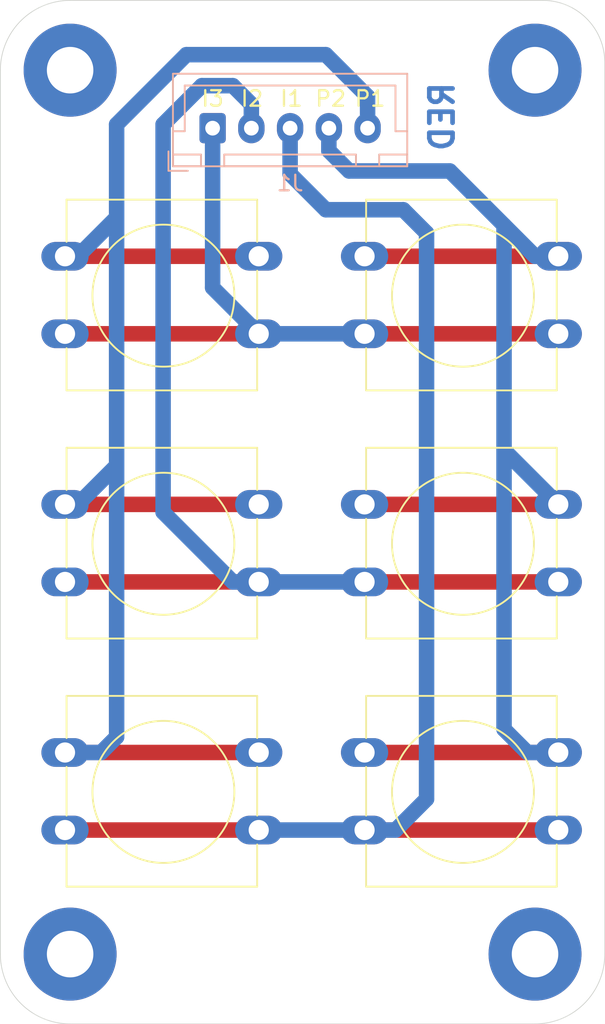
<source format=kicad_pcb>
(kicad_pcb (version 20211014) (generator pcbnew)
  (layers (0 "F.Cu" signal) (31 "B.Cu" signal) (34 "B.Paste" user) (35 "F.Paste" user) (36 "B.SilkS" user "B.Silkscreen") (37 "F.SilkS" user "F.Silkscreen") (38 "B.Mask" user) (39 "F.Mask" user) (44 "Edge.Cuts" user))
  (net 0 "")
  (net 1 "Net-(J1-Pad5)")
  (net 2 "Net-(J1-Pad4)")
  (net 3 "Net-(J1-Pad3)")
  (net 4 "Net-(J1-Pad2)")
  (net 5 "Net-(J1-Pad1)")
  (footprint "dro:SW_PUSH-12mm" (layer "F.Cu") (at 85.67 111.5)
    (fp_text reference "SW1" hide)
    (fp_text value "SW_Push" hide)
    (fp_line (start 12.4 8.65) (end 0.1 8.65) (layer "F.SilkS") (width 0.12))
    (fp_line (start 0.1 -3.65) (end 12.4 -3.65) (layer "F.SilkS") (width 0.12))
    (fp_line (start 0.1 4.07) (end 0.1 0.93) (layer "F.SilkS") (width 0.12))
    (fp_line (start 0.1 -0.93) (end 0.1 -3.65) (layer "F.SilkS") (width 0.12))
    (fp_line (start 12.4 5.93) (end 12.4 8.65) (layer "F.SilkS") (width 0.12))
    (fp_line (start 0.1 8.65) (end 0.1 5.93) (layer "F.SilkS") (width 0.12))
    (fp_line (start 12.4 -3.65) (end 12.4 -0.93) (layer "F.SilkS") (width 0.12))
    (fp_line (start 12.4 0.93) (end 12.4 4.07) (layer "F.SilkS") (width 0.12))
    (fp_circle (center 6.35 2.54) (end 10.16 5.08) (layer "F.SilkS") (width 0.12) (fill none))
    (pad "1" thru_hole oval locked (at 0 0) (size 3.048 1.85) (drill 1.3) (layers *.Cu *.Mask) (net 1 "Net-(J1-Pad5)"))
    (pad "1" thru_hole oval locked (at 12.5 0) (size 3.048 1.85) (drill 1.3) (layers *.Cu *.Mask) (net 1 "Net-(J1-Pad5)"))
    (pad "2" thru_hole oval locked (at 12.5 5) (size 3.048 1.85) (drill 1.3) (layers *.Cu *.Mask) (net 5 "Net-(J1-Pad1)"))
    (pad "2" thru_hole oval locked (at 0 5) (size 3.048 1.85) (drill 1.3) (layers *.Cu *.Mask) (net 5 "Net-(J1-Pad1)"))
  )
  (footprint "dro:SW_PUSH-12mm" (layer "F.Cu") (at 85.67 127.5)
    (fp_text reference "SW2" hide)
    (fp_text value "SW_Push" hide)
    (fp_line (start 12.4 8.65) (end 0.1 8.65) (layer "F.SilkS") (width 0.12))
    (fp_line (start 12.4 -3.65) (end 12.4 -0.93) (layer "F.SilkS") (width 0.12))
    (fp_line (start 0.1 4.07) (end 0.1 0.93) (layer "F.SilkS") (width 0.12))
    (fp_line (start 12.4 5.93) (end 12.4 8.65) (layer "F.SilkS") (width 0.12))
    (fp_line (start 0.1 8.65) (end 0.1 5.93) (layer "F.SilkS") (width 0.12))
    (fp_line (start 0.1 -3.65) (end 12.4 -3.65) (layer "F.SilkS") (width 0.12))
    (fp_line (start 0.1 -0.93) (end 0.1 -3.65) (layer "F.SilkS") (width 0.12))
    (fp_line (start 12.4 0.93) (end 12.4 4.07) (layer "F.SilkS") (width 0.12))
    (fp_circle (center 6.35 2.54) (end 10.16 5.08) (layer "F.SilkS") (width 0.12) (fill none))
    (pad "1" thru_hole oval locked (at 12.5 0) (size 3.048 1.85) (drill 1.3) (layers *.Cu *.Mask) (net 1 "Net-(J1-Pad5)"))
    (pad "1" thru_hole oval locked (at 0 0) (size 3.048 1.85) (drill 1.3) (layers *.Cu *.Mask) (net 1 "Net-(J1-Pad5)"))
    (pad "2" thru_hole oval locked (at 12.5 5) (size 3.048 1.85) (drill 1.3) (layers *.Cu *.Mask) (net 4 "Net-(J1-Pad2)"))
    (pad "2" thru_hole oval locked (at 0 5) (size 3.048 1.85) (drill 1.3) (layers *.Cu *.Mask) (net 4 "Net-(J1-Pad2)"))
  )
  (footprint "dro:SW_PUSH-12mm" (layer "F.Cu") (at 85.67 143.5)
    (fp_text reference "SW3" hide)
    (fp_text value "SW_Push" hide)
    (fp_line (start 0.1 -0.93) (end 0.1 -3.65) (layer "F.SilkS") (width 0.12))
    (fp_line (start 0.1 4.07) (end 0.1 0.93) (layer "F.SilkS") (width 0.12))
    (fp_line (start 12.4 8.65) (end 0.1 8.65) (layer "F.SilkS") (width 0.12))
    (fp_line (start 12.4 5.93) (end 12.4 8.65) (layer "F.SilkS") (width 0.12))
    (fp_line (start 0.1 8.65) (end 0.1 5.93) (layer "F.SilkS") (width 0.12))
    (fp_line (start 12.4 -3.65) (end 12.4 -0.93) (layer "F.SilkS") (width 0.12))
    (fp_line (start 12.4 0.93) (end 12.4 4.07) (layer "F.SilkS") (width 0.12))
    (fp_line (start 0.1 -3.65) (end 12.4 -3.65) (layer "F.SilkS") (width 0.12))
    (fp_circle (center 6.35 2.54) (end 10.16 5.08) (layer "F.SilkS") (width 0.12) (fill none))
    (pad "1" thru_hole oval locked (at 0 0) (size 3.048 1.85) (drill 1.3) (layers *.Cu *.Mask) (net 1 "Net-(J1-Pad5)"))
    (pad "1" thru_hole oval locked (at 12.5 0) (size 3.048 1.85) (drill 1.3) (layers *.Cu *.Mask) (net 1 "Net-(J1-Pad5)"))
    (pad "2" thru_hole oval locked (at 12.5 5) (size 3.048 1.85) (drill 1.3) (layers *.Cu *.Mask) (net 3 "Net-(J1-Pad3)"))
    (pad "2" thru_hole oval locked (at 0 5) (size 3.048 1.85) (drill 1.3) (layers *.Cu *.Mask) (net 3 "Net-(J1-Pad3)"))
  )
  (footprint "dro:SW_PUSH-12mm" (layer "F.Cu") (at 105 111.5)
    (fp_text reference "SW4" hide)
    (fp_text value "SW_Push" hide)
    (fp_line (start 12.4 5.93) (end 12.4 8.65) (layer "F.SilkS") (width 0.12))
    (fp_line (start 12.4 8.65) (end 0.1 8.65) (layer "F.SilkS") (width 0.12))
    (fp_line (start 0.1 4.07) (end 0.1 0.93) (layer "F.SilkS") (width 0.12))
    (fp_line (start 0.1 -3.65) (end 12.4 -3.65) (layer "F.SilkS") (width 0.12))
    (fp_line (start 0.1 -0.93) (end 0.1 -3.65) (layer "F.SilkS") (width 0.12))
    (fp_line (start 0.1 8.65) (end 0.1 5.93) (layer "F.SilkS") (width 0.12))
    (fp_line (start 12.4 0.93) (end 12.4 4.07) (layer "F.SilkS") (width 0.12))
    (fp_line (start 12.4 -3.65) (end 12.4 -0.93) (layer "F.SilkS") (width 0.12))
    (fp_circle (center 6.35 2.54) (end 10.16 5.08) (layer "F.SilkS") (width 0.12) (fill none))
    (pad "1" thru_hole oval locked (at 12.5 0) (size 3.048 1.85) (drill 1.3) (layers *.Cu *.Mask) (net 2 "Net-(J1-Pad4)"))
    (pad "1" thru_hole oval locked (at 0 0) (size 3.048 1.85) (drill 1.3) (layers *.Cu *.Mask) (net 2 "Net-(J1-Pad4)"))
    (pad "2" thru_hole oval locked (at 0 5) (size 3.048 1.85) (drill 1.3) (layers *.Cu *.Mask) (net 5 "Net-(J1-Pad1)"))
    (pad "2" thru_hole oval locked (at 12.5 5) (size 3.048 1.85) (drill 1.3) (layers *.Cu *.Mask) (net 5 "Net-(J1-Pad1)"))
  )
  (footprint "dro:SW_PUSH-12mm" (layer "F.Cu") (at 105 127.5)
    (fp_text reference "SW5" hide)
    (fp_text value "SW_Push" hide)
    (fp_line (start 0.1 8.65) (end 0.1 5.93) (layer "F.SilkS") (width 0.12))
    (fp_line (start 12.4 5.93) (end 12.4 8.65) (layer "F.SilkS") (width 0.12))
    (fp_line (start 12.4 8.65) (end 0.1 8.65) (layer "F.SilkS") (width 0.12))
    (fp_line (start 0.1 -3.65) (end 12.4 -3.65) (layer "F.SilkS") (width 0.12))
    (fp_line (start 12.4 0.93) (end 12.4 4.07) (layer "F.SilkS") (width 0.12))
    (fp_line (start 0.1 4.07) (end 0.1 0.93) (layer "F.SilkS") (width 0.12))
    (fp_line (start 12.4 -3.65) (end 12.4 -0.93) (layer "F.SilkS") (width 0.12))
    (fp_line (start 0.1 -0.93) (end 0.1 -3.65) (layer "F.SilkS") (width 0.12))
    (fp_circle (center 6.35 2.54) (end 10.16 5.08) (layer "F.SilkS") (width 0.12) (fill none))
    (pad "1" thru_hole oval locked (at 12.5 0) (size 3.048 1.85) (drill 1.3) (layers *.Cu *.Mask) (net 2 "Net-(J1-Pad4)"))
    (pad "1" thru_hole oval locked (at 0 0) (size 3.048 1.85) (drill 1.3) (layers *.Cu *.Mask) (net 2 "Net-(J1-Pad4)"))
    (pad "2" thru_hole oval locked (at 12.5 5) (size 3.048 1.85) (drill 1.3) (layers *.Cu *.Mask) (net 4 "Net-(J1-Pad2)"))
    (pad "2" thru_hole oval locked (at 0 5) (size 3.048 1.85) (drill 1.3) (layers *.Cu *.Mask) (net 4 "Net-(J1-Pad2)"))
  )
  (footprint "dro:SW_PUSH-12mm" (layer "F.Cu") (at 105 143.5)
    (fp_text reference "SW6" hide)
    (fp_text value "SW_Push" hide)
    (fp_line (start 0.1 -3.65) (end 12.4 -3.65) (layer "F.SilkS") (width 0.12))
    (fp_line (start 12.4 5.93) (end 12.4 8.65) (layer "F.SilkS") (width 0.12))
    (fp_line (start 12.4 0.93) (end 12.4 4.07) (layer "F.SilkS") (width 0.12))
    (fp_line (start 12.4 8.65) (end 0.1 8.65) (layer "F.SilkS") (width 0.12))
    (fp_line (start 0.1 8.65) (end 0.1 5.93) (layer "F.SilkS") (width 0.12))
    (fp_line (start 0.1 4.07) (end 0.1 0.93) (layer "F.SilkS") (width 0.12))
    (fp_line (start 0.1 -0.93) (end 0.1 -3.65) (layer "F.SilkS") (width 0.12))
    (fp_line (start 12.4 -3.65) (end 12.4 -0.93) (layer "F.SilkS") (width 0.12))
    (fp_circle (center 6.35 2.54) (end 10.16 5.08) (layer "F.SilkS") (width 0.12) (fill none))
    (pad "1" thru_hole oval locked (at 0 0) (size 3.048 1.85) (drill 1.3) (layers *.Cu *.Mask) (net 2 "Net-(J1-Pad4)"))
    (pad "1" thru_hole oval locked (at 12.5 0) (size 3.048 1.85) (drill 1.3) (layers *.Cu *.Mask) (net 2 "Net-(J1-Pad4)"))
    (pad "2" thru_hole oval locked (at 12.5 5) (size 3.048 1.85) (drill 1.3) (layers *.Cu *.Mask) (net 3 "Net-(J1-Pad3)"))
    (pad "2" thru_hole oval locked (at 0 5) (size 3.048 1.85) (drill 1.3) (layers *.Cu *.Mask) (net 3 "Net-(J1-Pad3)"))
  )
  (footprint "MountingHole:MountingHole_3mm_Pad" (layer "F.Cu") (at 86 156.5)
    (fp_text reference "H1" hide)
    (fp_text value "MountingHole" hide)
    (pad "1" thru_hole circle locked (at 0 0) (size 6 6) (drill 3) (layers *.Cu *.Mask))
  )
  (footprint "MountingHole:MountingHole_3mm_Pad" (layer "F.Cu") (at 116 156.5)
    (fp_text reference "H2" hide)
    (fp_text value "MountingHole" hide)
    (pad "1" thru_hole circle locked (at 0 0) (size 6 6) (drill 3) (layers *.Cu *.Mask))
  )
  (footprint "MountingHole:MountingHole_3mm_Pad" (layer "F.Cu") (at 86 99.5)
    (fp_text reference "H3" hide)
    (fp_text value "MountingHole" hide)
    (pad "1" thru_hole circle locked (at 0 0) (size 6 6) (drill 3) (layers *.Cu *.Mask))
  )
  (footprint "MountingHole:MountingHole_3mm_Pad" (layer "F.Cu") (at 116 99.5)
    (fp_text reference "H4" hide)
    (fp_text value "MountingHole" hide)
    (pad "1" thru_hole circle locked (at 0 0) (size 6 6) (drill 3) (layers *.Cu *.Mask))
  )
  (footprint "Connector_JST:JST_XH_B5B-XH-A_1x05_P2.50mm_Vertical" (layer "B.Cu") (at 95.195 103.24)
    (fp_text reference "J1" (at 5 3.55 180) (layer "B.SilkS") (effects (justify mirror)))
    (fp_text value "Conn_01x05_Male")
    (fp_line (start 0.75 2.45) (end 0.75 1.7) (layer "B.SilkS") (width 0.12))
    (fp_line (start 10.75 1.7) (end 12.55 1.7) (layer "B.SilkS") (width 0.12))
    (fp_line (start 9.25 2.45) (end 0.75 2.45) (layer "B.SilkS") (width 0.12))
    (fp_line (start 12.56 2.46) (end -2.56 2.46) (layer "B.SilkS") (width 0.12))
    (fp_line (start -2.55 1.7) (end -0.75 1.7) (layer "B.SilkS") (width 0.12))
    (fp_line (start 10.75 2.45) (end 10.75 1.7) (layer "B.SilkS") (width 0.12))
    (fp_line (start -0.75 1.7) (end -0.75 2.45) (layer "B.SilkS") (width 0.12))
    (fp_line (start 12.56 -3.51) (end 12.56 2.46) (layer "B.SilkS") (width 0.12))
    (fp_line (start -1.8 0.2) (end -1.8 -2.75) (layer "B.SilkS") (width 0.12))
    (fp_line (start 11.8 0.2) (end 11.8 -2.75) (layer "B.SilkS") (width 0.12))
    (fp_line (start 12.55 2.45) (end 10.75 2.45) (layer "B.SilkS") (width 0.12))
    (fp_line (start -2.56 2.46) (end -2.56 -3.51) (layer "B.SilkS") (width 0.12))
    (fp_line (start 9.25 1.7) (end 9.25 2.45) (layer "B.SilkS") (width 0.12))
    (fp_line (start 12.55 1.7) (end 12.55 2.45) (layer "B.SilkS") (width 0.12))
    (fp_line (start -1.8 -2.75) (end 5 -2.75) (layer "B.SilkS") (width 0.12))
    (fp_line (start -1.6 2.75) (end -2.85 2.75) (layer "B.SilkS") (width 0.12))
    (fp_line (start -2.85 2.75) (end -2.85 1.5) (layer "B.SilkS") (width 0.12))
    (fp_line (start -2.55 2.45) (end -2.55 1.7) (layer "B.SilkS") (width 0.12))
    (fp_line (start 12.55 0.2) (end 11.8 0.2) (layer "B.SilkS") (width 0.12))
    (fp_line (start -2.56 -3.51) (end 12.56 -3.51) (layer "B.SilkS") (width 0.12))
    (fp_line (start 11.8 -2.75) (end 5 -2.75) (layer "B.SilkS") (width 0.12))
    (fp_line (start -0.75 2.45) (end -2.55 2.45) (layer "B.SilkS") (width 0.12))
    (fp_line (start -2.55 0.2) (end -1.8 0.2) (layer "B.SilkS") (width 0.12))
    (fp_line (start 0.75 1.7) (end 9.25 1.7) (layer "B.SilkS") (width 0.12))
    (pad "1" thru_hole roundrect (at 0 0) (size 1.7 1.95) (drill 0.95) (layers *.Cu *.Mask) (roundrect_rratio 0.147059) (net 5 "Net-(J1-Pad1)"))
    (pad "2" thru_hole oval (at 2.5 0) (size 1.7 1.95) (drill 0.95) (layers *.Cu *.Mask) (net 4 "Net-(J1-Pad2)"))
    (pad "3" thru_hole oval (at 5 0) (size 1.7 1.95) (drill 0.95) (layers *.Cu *.Mask) (net 3 "Net-(J1-Pad3)"))
    (pad "4" thru_hole oval (at 7.5 0) (size 1.7 1.95) (drill 0.95) (layers *.Cu *.Mask) (net 2 "Net-(J1-Pad4)"))
    (pad "5" thru_hole oval (at 10 0) (size 1.7 1.95) (drill 0.95) (layers *.Cu *.Mask) (net 1 "Net-(J1-Pad5)"))
  )
  (gr_line (start 81.5 99.5) (end 81.5 156.5) (layer "Edge.Cuts") (width 0.05))
  (gr_line (start 86 95) (end 116.5 95) (layer "Edge.Cuts") (width 0.05))
  (gr_line (start 120.5 99) (end 120.5 156.5) (layer "Edge.Cuts") (width 0.05))
  (gr_arc (start 120.5 156.5) (mid 119.181981 159.681981) (end 116 161) (layer "Edge.Cuts") (width 0.05))
  (gr_arc (start 81.5 99.5) (mid 82.818019 96.318019) (end 86 95) (layer "Edge.Cuts") (width 0.05))
  (gr_arc (start 86 161) (mid 82.818019 159.681981) (end 81.5 156.5) (layer "Edge.Cuts") (width 0.05))
  (gr_line (start 116 161) (end 86 161) (layer "Edge.Cuts") (width 0.05))
  (gr_arc (start 116.5 95) (mid 119.328427 96.171573) (end 120.5 99) (layer "Edge.Cuts") (width 0.05))
  (gr_text "RED" (at 110 102.5 90) (layer "B.Cu") (effects (font (size 1.5 1.5) (thickness 0.3)) (justify mirror)))
  (gr_text "I1" (at 100.275 101.335) (layer "F.SilkS") (effects (font (size 1 1))))
  (gr_text "P2" (at 102.815 101.335) (layer "F.SilkS") (effects (font (size 1 1))))
  (gr_text "P1" (at 105.355 101.335) (layer "F.SilkS") (effects (font (size 1 1))))
  (gr_text "I3" (at 95.195 101.335) (layer "F.SilkS") (effects (font (size 1 1))))
  (gr_text "I2" (at 97.735 101.335) (layer "F.SilkS") (effects (font (size 1 1))))
  (segment (start 85.67 111.5) (end 98.17 111.5) (width 1) (layer "F.Cu") (net 1))
  (segment (start 85.67 127.5) (end 98.17 127.5) (width 1) (layer "F.Cu") (net 1))
  (segment (start 85.67 143.5) (end 98.17 143.5) (width 1) (layer "F.Cu") (net 1))
  (segment (start 89 142.5) (end 88 143.5) (width 1) (layer "B.Cu") (net 1))
  (segment (start 89 109) (end 89 125) (width 1) (layer "B.Cu") (net 1))
  (segment (start 89 103) (end 89 109) (width 1) (layer "B.Cu") (net 1))
  (segment (start 86.5 127.5) (end 89 125) (width 1) (layer "B.Cu") (net 1))
  (segment (start 105.195 101.195) (end 102.5 98.5) (width 1) (layer "B.Cu") (net 1))
  (segment (start 85.67 127.5) (end 86.5 127.5) (width 1) (layer "B.Cu") (net 1))
  (segment (start 89 125) (end 89 142.5) (width 1) (layer "B.Cu") (net 1))
  (segment (start 105.195 103.24) (end 105.195 101.195) (width 1) (layer "B.Cu") (net 1))
  (segment (start 102.5 98.5) (end 93.5 98.5) (width 1) (layer "B.Cu") (net 1))
  (segment (start 85.67 111.5) (end 86.5 111.5) (width 1) (layer "B.Cu") (net 1))
  (segment (start 86.5 111.5) (end 89 109) (width 1) (layer "B.Cu") (net 1))
  (segment (start 88 143.5) (end 85.67 143.5) (width 1) (layer "B.Cu") (net 1))
  (segment (start 93.5 98.5) (end 89 103) (width 1) (layer "B.Cu") (net 1))
  (segment (start 105 143.5) (end 117.5 143.5) (width 1) (layer "F.Cu") (net 2))
  (segment (start 105 127.5) (end 117.5 127.5) (width 1) (layer "F.Cu") (net 2))
  (segment (start 105 111.5) (end 117.5 111.5) (width 1) (layer "F.Cu") (net 2))
  (segment (start 116 111.5) (end 114 109.5) (width 1) (layer "B.Cu") (net 2))
  (segment (start 117.5 111.5) (end 116 111.5) (width 1) (layer "B.Cu") (net 2))
  (segment (start 115.5 143.5) (end 114 142) (width 1) (layer "B.Cu") (net 2))
  (segment (start 117.5 127.5) (end 114 124) (width 1) (layer "B.Cu") (net 2))
  (segment (start 102.695 104.695) (end 102.695 103.24) (width 1) (layer "B.Cu") (net 2))
  (segment (start 104 106) (end 102.695 104.695) (width 1) (layer "B.Cu") (net 2))
  (segment (start 114 109.5) (end 110.5 106) (width 1) (layer "B.Cu") (net 2))
  (segment (start 114 142) (end 114 109.5) (width 1) (layer "B.Cu") (net 2))
  (segment (start 110.5 106) (end 104 106) (width 1) (layer "B.Cu") (net 2))
  (segment (start 117.5 143.5) (end 115.5 143.5) (width 1) (layer "B.Cu") (net 2))
  (segment (start 105 148.5) (end 117.5 148.5) (width 1) (layer "F.Cu") (net 3))
  (segment (start 85.67 148.5) (end 98.17 148.5) (width 1) (layer "F.Cu") (net 3))
  (segment (start 100.195 103.24) (end 100.195 106.195) (width 1) (layer "B.Cu") (net 3))
  (segment (start 100.195 106.195) (end 102.5 108.5) (width 1) (layer "B.Cu") (net 3))
  (segment (start 107 148.5) (end 105 148.5) (width 1) (layer "B.Cu") (net 3))
  (segment (start 98.17 148.5) (end 105 148.5) (width 1) (layer "B.Cu") (net 3))
  (segment (start 109 110) (end 109 146.5) (width 1) (layer "B.Cu") (net 3))
  (segment (start 109 146.5) (end 107 148.5) (width 1) (layer "B.Cu") (net 3))
  (segment (start 107.5 108.5) (end 109 110) (width 1) (layer "B.Cu") (net 3))
  (segment (start 102.5 108.5) (end 107.5 108.5) (width 1) (layer "B.Cu") (net 3))
  (segment (start 85.67 132.5) (end 98.17 132.5) (width 1) (layer "F.Cu") (net 4))
  (segment (start 105 132.5) (end 117.5 132.5) (width 1) (layer "F.Cu") (net 4))
  (segment (start 96.5 132.5) (end 98.17 132.5) (width 1) (layer "B.Cu") (net 4))
  (segment (start 97.695 101.695) (end 96.5 100.5) (width 1) (layer "B.Cu") (net 4))
  (segment (start 98.17 132.5) (end 105 132.5) (width 1) (layer "B.Cu") (net 4))
  (segment (start 92 103) (end 92 128) (width 1) (layer "B.Cu") (net 4))
  (segment (start 92 128) (end 96.5 132.5) (width 1) (layer "B.Cu") (net 4))
  (segment (start 97.695 103.24) (end 97.695 101.695) (width 1) (layer "B.Cu") (net 4))
  (segment (start 94.5 100.5) (end 92 103) (width 1) (layer "B.Cu") (net 4))
  (segment (start 96.5 100.5) (end 94.5 100.5) (width 1) (layer "B.Cu") (net 4))
  (segment (start 105 116.5) (end 117.5 116.5) (width 1) (layer "F.Cu") (net 5))
  (segment (start 85.67 116.5) (end 98.17 116.5) (width 1) (layer "F.Cu") (net 5))
  (segment (start 95.195 103.24) (end 95.195 113.525) (width 1) (layer "B.Cu") (net 5))
  (segment (start 95.195 113.525) (end 98.17 116.5) (width 1) (layer "B.Cu") (net 5))
  (segment (start 98.17 116.5) (end 105 116.5) (width 1) (layer "B.Cu") (net 5))
)
</source>
